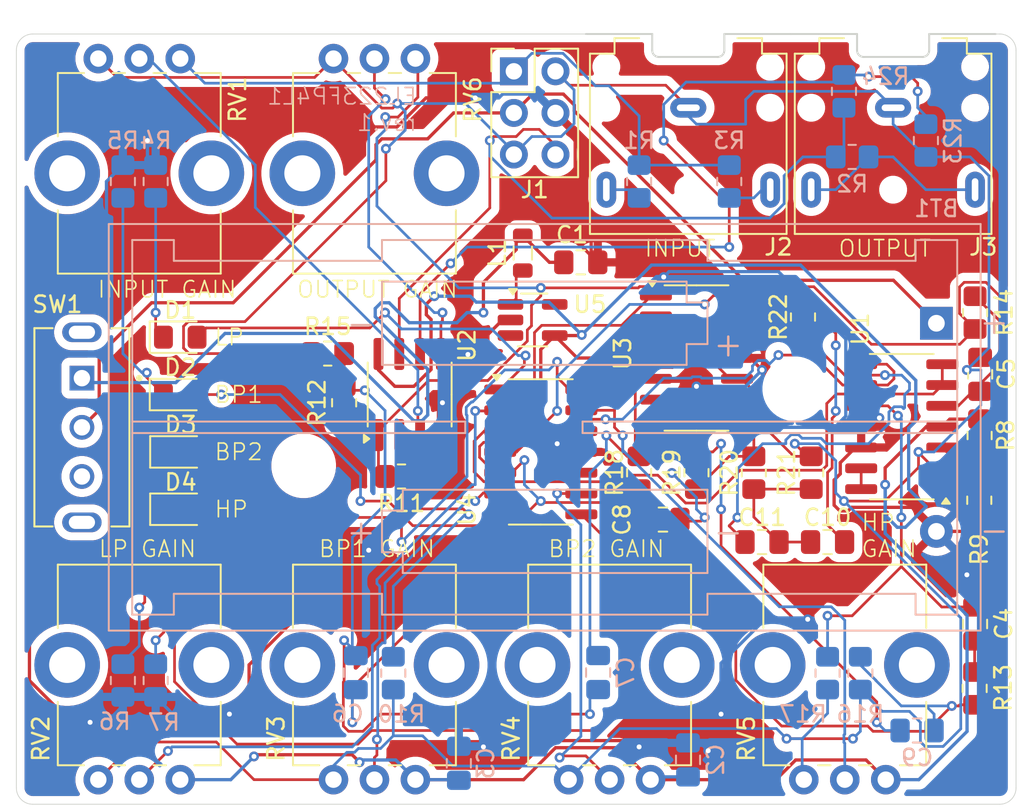
<source format=kicad_pcb>
(kicad_pcb
	(version 20241229)
	(generator "pcbnew")
	(generator_version "9.0")
	(general
		(thickness 1.6)
		(legacy_teardrops no)
	)
	(paper "A4")
	(layers
		(0 "F.Cu" signal)
		(2 "B.Cu" signal)
		(9 "F.Adhes" user "F.Adhesive")
		(11 "B.Adhes" user "B.Adhesive")
		(13 "F.Paste" user)
		(15 "B.Paste" user)
		(5 "F.SilkS" user "F.Silkscreen")
		(7 "B.SilkS" user "B.Silkscreen")
		(1 "F.Mask" user)
		(3 "B.Mask" user)
		(17 "Dwgs.User" user "User.Drawings")
		(19 "Cmts.User" user "User.Comments")
		(21 "Eco1.User" user "User.Eco1")
		(23 "Eco2.User" user "User.Eco2")
		(25 "Edge.Cuts" user)
		(27 "Margin" user)
		(31 "F.CrtYd" user "F.Courtyard")
		(29 "B.CrtYd" user "B.Courtyard")
		(35 "F.Fab" user)
		(33 "B.Fab" user)
		(39 "User.1" user)
		(41 "User.2" user)
		(43 "User.3" user)
		(45 "User.4" user)
	)
	(setup
		(stackup
			(layer "F.SilkS"
				(type "Top Silk Screen")
			)
			(layer "F.Paste"
				(type "Top Solder Paste")
			)
			(layer "F.Mask"
				(type "Top Solder Mask")
				(thickness 0.01)
			)
			(layer "F.Cu"
				(type "copper")
				(thickness 0.035)
			)
			(layer "dielectric 1"
				(type "core")
				(thickness 1.51)
				(material "FR4")
				(epsilon_r 4.5)
				(loss_tangent 0.02)
			)
			(layer "B.Cu"
				(type "copper")
				(thickness 0.035)
			)
			(layer "B.Mask"
				(type "Bottom Solder Mask")
				(thickness 0.01)
			)
			(layer "B.Paste"
				(type "Bottom Solder Paste")
			)
			(layer "B.SilkS"
				(type "Bottom Silk Screen")
			)
			(copper_finish "None")
			(dielectric_constraints no)
		)
		(pad_to_mask_clearance 0)
		(allow_soldermask_bridges_in_footprints no)
		(tenting front back)
		(aux_axis_origin 25 23.5)
		(pcbplotparams
			(layerselection 0x00000000_00000000_55555555_5755f5ff)
			(plot_on_all_layers_selection 0x00000000_00000000_00000000_00000000)
			(disableapertmacros no)
			(usegerberextensions no)
			(usegerberattributes yes)
			(usegerberadvancedattributes yes)
			(creategerberjobfile yes)
			(dashed_line_dash_ratio 12.000000)
			(dashed_line_gap_ratio 3.000000)
			(svgprecision 4)
			(plotframeref no)
			(mode 1)
			(useauxorigin no)
			(hpglpennumber 1)
			(hpglpenspeed 20)
			(hpglpendiameter 15.000000)
			(pdf_front_fp_property_popups yes)
			(pdf_back_fp_property_popups yes)
			(pdf_metadata yes)
			(pdf_single_document no)
			(dxfpolygonmode yes)
			(dxfimperialunits yes)
			(dxfusepcbnewfont yes)
			(psnegative no)
			(psa4output no)
			(plot_black_and_white yes)
			(sketchpadsonfab no)
			(plotpadnumbers no)
			(hidednponfab no)
			(sketchdnponfab yes)
			(crossoutdnponfab yes)
			(subtractmaskfromsilk no)
			(outputformat 1)
			(mirror no)
			(drillshape 0)
			(scaleselection 1)
			(outputdirectory "prod/")
		)
	)
	(net 0 "")
	(net 1 "GND")
	(net 2 "Net-(U1B-+)")
	(net 3 "VREF")
	(net 4 "Net-(U3A--)")
	(net 5 "Net-(U3C--)")
	(net 6 "/FILTERS/OBP1")
	(net 7 "/RAIL_GEN/VIN+")
	(net 8 "VCC")
	(net 9 "/FILTERS/IBP1")
	(net 10 "Net-(U1C-+)")
	(net 11 "/FILTERS/OBP2")
	(net 12 "Net-(C10-Pad1)")
	(net 13 "Net-(U3D--)")
	(net 14 "/LED_GAIN/OUTA")
	(net 15 "Net-(D1-K)")
	(net 16 "/LED_GAIN/OUTB")
	(net 17 "Net-(D2-K)")
	(net 18 "/LED_GAIN/OUTC")
	(net 19 "Net-(D3-K)")
	(net 20 "Net-(D4-K)")
	(net 21 "/LED_GAIN/OUTD")
	(net 22 "OUT")
	(net 23 "IN")
	(net 24 "Net-(J2-PadR)")
	(net 25 "Net-(J2-PadT)")
	(net 26 "Net-(J3-PadR)")
	(net 27 "Net-(U5-SW)")
	(net 28 "Net-(U1A-+)")
	(net 29 "/LED_GAIN/AREF")
	(net 30 "/LED_GAIN/BREF")
	(net 31 "/LED_GAIN/CREF")
	(net 32 "/LED_GAIN/DREF")
	(net 33 "Net-(U1D--)")
	(net 34 "/FILTERS/OHP")
	(net 35 "/FILTERS/OLP")
	(net 36 "Net-(U3B--)")
	(net 37 "unconnected-(U5-NC-Pad3)")
	(net 38 "unconnected-(U5-NC-Pad5)")
	(net 39 "Net-(C6-Pad1)")
	(net 40 "Net-(C8-Pad1)")
	(net 41 "Net-(C8-Pad2)")
	(net 42 "Net-(U2A--)")
	(net 43 "Net-(U2B--)")
	(net 44 "Net-(U2A-+)")
	(net 45 "Net-(U2B-+)")
	(net 46 "unconnected-(SW1-C-Pad3)")
	(net 47 "VIN")
	(footprint "Custom:Jack_3.5mm_CUI_SJ1-3523N_Horizontal" (layer "F.Cu") (at 66 28 180))
	(footprint "LED_SMD:LED_0805_2012Metric_Pad1.15x1.40mm_HandSolder" (layer "F.Cu") (at 35.025 52.5))
	(footprint "Connector_PinHeader_2.54mm:PinHeader_2x03_P2.54mm_Vertical" (layer "F.Cu") (at 55.357994 25.776109))
	(footprint "LED_SMD:LED_0805_2012Metric_Pad1.15x1.40mm_HandSolder" (layer "F.Cu") (at 35 45.5))
	(footprint "Capacitor_SMD:C_0805_2012Metric_Pad1.18x1.45mm_HandSolder" (layer "F.Cu") (at 64.45468 53.129359))
	(footprint "Inductor_SMD:L_0805_2012Metric" (layer "F.Cu") (at 55.902446 36.870426 90))
	(footprint "Package_SO:SOIC-14_3.9x8.7mm_P1.27mm" (layer "F.Cu") (at 57 49))
	(footprint "Package_TO_SOT_SMD:SOT-23-5_HandSoldering" (layer "F.Cu") (at 56.5 40.95))
	(footprint "Capacitor_SMD:C_0805_2012Metric_Pad1.18x1.45mm_HandSolder" (layer "F.Cu") (at 70.5 54.5 180))
	(footprint "LED_SMD:LED_0805_2012Metric_Pad1.15x1.40mm_HandSolder" (layer "F.Cu") (at 35 42))
	(footprint "Resistor_SMD:R_0805_2012Metric_Pad1.20x1.40mm_HandSolder" (layer "F.Cu") (at 48.5 50.5 180))
	(footprint "Custom:Jack_3.5mm_CUI_SJ1-3523N_Horizontal" (layer "F.Cu") (at 78.5 28 180))
	(footprint "Resistor_SMD:R_0805_2012Metric_Pad1.20x1.40mm_HandSolder" (layer "F.Cu") (at 83.5 40.5 90))
	(footprint "Capacitor_SMD:C_0805_2012Metric_Pad1.18x1.45mm_HandSolder" (layer "F.Cu") (at 83.5 59.5 90))
	(footprint "Resistor_SMD:R_0805_2012Metric_Pad1.20x1.40mm_HandSolder" (layer "F.Cu") (at 45 46 90))
	(footprint "Package_SO:SOIC-14_3.9x8.7mm_P1.27mm" (layer "F.Cu") (at 79.025 47.46 180))
	(footprint "Capacitor_SMD:C_0805_2012Metric_Pad1.18x1.45mm_HandSolder" (layer "F.Cu") (at 83.808728 44.265881 -90))
	(footprint "Custom:Potentiometer_Bourns_PTV09A-1_Single_Vertical" (layer "F.Cu") (at 44.35 25 -90))
	(footprint "Capacitor_SMD:C_0805_2012Metric_Pad1.18x1.45mm_HandSolder" (layer "F.Cu") (at 59.439946 37.432926))
	(footprint "Resistor_SMD:R_0805_2012Metric_Pad1.20x1.40mm_HandSolder" (layer "F.Cu") (at 73 40.77 90))
	(footprint "Custom:Potentiometer_Bourns_PTV09A-1_Single_Vertical" (layer "F.Cu") (at 35 69 90))
	(footprint "Custom:Potentiometer_Bourns_PTV09A-1_Single_Vertical" (layer "F.Cu") (at 78.05 69 90))
	(footprint "Resistor_SMD:R_0805_2012Metric_Pad1.20x1.40mm_HandSolder" (layer "F.Cu") (at 70 50.27 -90))
	(footprint "Resistor_SMD:R_0805_2012Metric_Pad1.20x1.40mm_HandSolder" (layer "F.Cu") (at 66.5 50.27 -90))
	(footprint "Package_SO:SOIC-14_3.9x8.7mm_P1.27mm" (layer "F.Cu") (at 66.5 43.27))
	(footprint "Resistor_SMD:R_0805_2012Metric_Pad1.20x1.40mm_HandSolder" (layer "F.Cu") (at 83.756554 51.949585 -90))
	(footprint "Custom:SW_SLW-121586-5A-D" (layer "F.Cu") (at 29 47.5 -90))
	(footprint "Custom:Potentiometer_Bourns_PTV09A-1_Single_Vertical" (layer "F.Cu") (at 63.7 69 90))
	(footprint "Resistor_SMD:R_0805_2012Metric_Pad1.20x1.40mm_HandSolder" (layer "F.Cu") (at 44 43))
	(footprint "Capacitor_SMD:C_0805_2012Metric_Pad1.18x1.45mm_HandSolder" (layer "F.Cu") (at 74.5 54.5))
	(footprint "Resistor_SMD:R_0805_2012Metric_Pad1.20x1.40mm_HandSolder" (layer "F.Cu") (at 63 50.27 -90))
	(footprint "Custom:Potentiometer_Bourns_PTV09A-1_Single_Vertical" (layer "F.Cu") (at 30 25 -90))
	(footprint "LED_SMD:LED_0805_2012Metric_Pad1.15x1.40mm_HandSolder" (layer "F.Cu") (at 35.025 49))
	(footprint "Custom:Potentiometer_Bourns_PTV09A-1_Single_Vertical"
		(layer "F.Cu")
		(uuid "e88bd456-2192-4bf2-992d-019499767458")
		(at 49.35 69 90)
		(descr "Potentiometer, vertical, Bourns PTV09A-1 Single, http://www.bourns.com/docs/Product-Datasheets/ptv09.pdf")
		(tags "Potentiometer vertical Bourns PTV09A-1 Single")
		(property "Reference" "RV3"
			(at 2.5 -8.5 270)
			(layer "F.SilkS")
			(uuid "87569ae7-cf64-4a0a-b30e-963ebf38acf9")
			(effects
				(font
					(size 1 1)
					(thickness 0.15)
				)
			)
		)
		(property "Value" "10k"
			(at 6.05 5.15 270)
			(layer "F.Fab")
			(uuid "aaeff442-2bad-450e-bc1f-9a29a626011f")
			(effects
				(font
					(size 1 1)
					(thickness 0.15)
				)
			)
		)
		(property "Datasheet" "https://www.mouser.com/datasheet/2/54/ptv09-777818.pdf"
			(at 0 0 90)
			(unlocked yes)
			(layer "F.Fab")
			(hide yes)
			(uuid "266e0404-44b2-41a5-9f09-6675aa002bd1")
			(effects
				(font
					(size 1.27 1.27)
					(thickness 0.15)
				)
			)
		)
		(property "Description" "Potentiometer, US symbol"
			(at 0 0 90)
			(unlocked yes)
			(layer "F.Fab")
			(hide yes)
			(uuid "3870dec1-e955-4736-bfa4-e9cc28cf9343")
			(effects
				(font
					(size 1.27 1.27)
					(thickness 0.15)
				)
			)
		)
		(property "Sim.Device" "R"
			(at 0 0 90)
			(unlocked yes)
			(layer "F.Fab")
			(hide yes)
			(uuid "ff26aa95-af94-4a33-9ecc-1a58e2601a37")
			(effects
				(font
					(size 1 1)
					(thickness 0.15)
				)
			)
		)
		(property "Sim.Type" "POT"
			(at 0 0 90)
			(unlocked yes)
			(layer "F.Fab")
			(hide yes)
			(uuid "aa64452d-343a-48f7-b850-c3b1214dee64")
			(effects
				(font
					(size 1 1)
					(thickness 0.15)
				)
			)
		)
		(property "Sim.Pins" "1=r0 2=wiper 3=r1"
			(at 0 0 90)
			(unlocked yes)
			(layer "F.Fab")
			(hide yes)
			(uuid "209eec19-dc86-4fb4-a922-2545414163ab")
			(effects
				(font
					(size 1 1)
					(thickness 0.15)
				)
			)
		)
		(property "Sim.Params" "pos=0.892"
			(at 0 0 90)
			(unlocked yes)
			(layer "F.Fab")
			(hide yes)
			(uuid "0959136c-0123-491a-8736-2b5020da2922")
			(effects
				(font
					(size 1 1)
					(thickness 0.15)
				)
			)
		)
		(property ki_fp_filters "Potentiometer*")
		(path "/d9a3b005-3318-4b28-ad94-fa560a1f4e7a/92e7d4d4-167b-4b19-8bb6-fd65cc799025")
		(sheetname "/LED_GAIN/")
		(sheetfile "led_gain.kicad_sch")
		(attr through_hole)
		(fp_line
			(start 13.12 -7.47)
			(end 13.12 2.47)
			(stroke
				(width 0.12)
				(type solid)
			)
			(layer "F.SilkS")
			(uuid "29ef1e85-34d0-4769-8a13-dfd802d79436")
		)
		(fp_line
			(start 9.255 -7.47)
			(end 13.12 -7.47)
			(stroke
				(width 0.12)
				(type solid)
			)
			(layer "F.SilkS")
			(uuid "2b848b1f-74bc-4a84-b274-f0b8ccafa62e")
		)
		(fp_line
			(start 0.88 -7.47)
			(end 4.745 -7.47)
			(stroke
				(width 0.12)
				(type solid)
			)
			(layer "F.SilkS")
			(uuid "85dd8564-c650-43f6-8107-b2959e8536f9")
		)
		(fp_line
			(start 0.88 -7.47)
			(end 0.88 -5.871)
			(stroke
				(width 0.12)
				(type solid)
			)
			(layer "F.SilkS")
			(uuid "8d0f6776-56b2-426a-a221-b08c7a5a2a28")
		)
		(fp_line
			(start 0.88 -4.129)
			(end 0.88 -3.37)
			(stroke
				(width 0.12)
				(type solid)
			)
			(layer "F.SilkS")
			(uuid "8cec1634-d781-4ec7-956c-b376028f601f")
		)
		(fp_line
			(start 0.88 -1.629)
			(end 0.88 -0.87)
			(stroke
				(width 0.12)
				(type solid)
			)
			(layer "F.SilkS")
			(uuid "0f6af857-8076-446e-9adb-5e7ff607ce9e")
		)
		(fp_line
			(start 0.88 0.87)
			(end 0.88 2.47)
			(stroke
				(width 0.12)
				(type solid)
			)
			(layer "F.SilkS")
			(uuid "06cfd8a1-4bc8-4340-b075-5536448b93c3")
		)
		(fp_line
			(start 9.255 2.47)
			(end 13.12 2.47)
			(stroke
				(w
... [456035 chars truncated]
</source>
